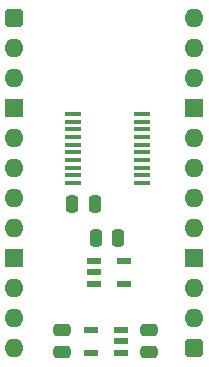
<source format=gts>
%TF.GenerationSoftware,KiCad,Pcbnew,9.0.7*%
%TF.CreationDate,2026-01-29T12:42:59+02:00*%
%TF.ProjectId,State Reader 8bit,53746174-6520-4526-9561-646572203862,V0*%
%TF.SameCoordinates,Original*%
%TF.FileFunction,Soldermask,Top*%
%TF.FilePolarity,Negative*%
%FSLAX46Y46*%
G04 Gerber Fmt 4.6, Leading zero omitted, Abs format (unit mm)*
G04 Created by KiCad (PCBNEW 9.0.7) date 2026-01-29 12:42:59*
%MOMM*%
%LPD*%
G01*
G04 APERTURE LIST*
G04 Aperture macros list*
%AMRoundRect*
0 Rectangle with rounded corners*
0 $1 Rounding radius*
0 $2 $3 $4 $5 $6 $7 $8 $9 X,Y pos of 4 corners*
0 Add a 4 corners polygon primitive as box body*
4,1,4,$2,$3,$4,$5,$6,$7,$8,$9,$2,$3,0*
0 Add four circle primitives for the rounded corners*
1,1,$1+$1,$2,$3*
1,1,$1+$1,$4,$5*
1,1,$1+$1,$6,$7*
1,1,$1+$1,$8,$9*
0 Add four rect primitives between the rounded corners*
20,1,$1+$1,$2,$3,$4,$5,0*
20,1,$1+$1,$4,$5,$6,$7,0*
20,1,$1+$1,$6,$7,$8,$9,0*
20,1,$1+$1,$8,$9,$2,$3,0*%
G04 Aperture macros list end*
%ADD10RoundRect,0.250000X-0.250000X-0.475000X0.250000X-0.475000X0.250000X0.475000X-0.250000X0.475000X0*%
%ADD11RoundRect,0.250000X0.250000X0.475000X-0.250000X0.475000X-0.250000X-0.475000X0.250000X-0.475000X0*%
%ADD12R,1.250000X0.600000*%
%ADD13RoundRect,0.400000X-0.400000X-0.400000X0.400000X-0.400000X0.400000X0.400000X-0.400000X0.400000X0*%
%ADD14O,1.600000X1.600000*%
%ADD15R,1.600000X1.600000*%
%ADD16RoundRect,0.250000X0.475000X-0.250000X0.475000X0.250000X-0.475000X0.250000X-0.475000X-0.250000X0*%
%ADD17R,1.475000X0.450000*%
%ADD18R,1.150000X0.600000*%
G04 APERTURE END LIST*
D10*
%TO.C,C9*%
X4891000Y-15769000D03*
X6791000Y-15769000D03*
%TD*%
D11*
%TO.C,C1*%
X8811000Y-18629000D03*
X6911000Y-18629000D03*
%TD*%
D12*
%TO.C,IC3*%
X6754000Y-20600000D03*
X6754000Y-21550000D03*
X6754000Y-22500000D03*
X9254000Y-22500000D03*
X9254000Y-20600000D03*
%TD*%
D13*
%TO.C,J1*%
X0Y0D03*
D14*
X0Y-2540000D03*
X0Y-5080000D03*
D15*
X0Y-7620000D03*
D14*
X0Y-10160000D03*
X0Y-12700000D03*
X0Y-15240000D03*
X0Y-17780000D03*
D15*
X0Y-20320000D03*
D14*
X0Y-22860000D03*
X0Y-25400000D03*
X0Y-27940000D03*
D13*
X15240000Y-27940000D03*
D14*
X15240000Y-25400000D03*
X15240000Y-22860000D03*
D15*
X15240000Y-20320000D03*
D14*
X15240000Y-17780000D03*
X15240000Y-15240000D03*
X15240000Y-12700000D03*
X15240000Y-10160000D03*
D15*
X15240000Y-7620000D03*
D14*
X15240000Y-5080000D03*
X15240000Y-2540000D03*
X15240000Y0D03*
%TD*%
D16*
%TO.C,C5*%
X4064000Y-26421000D03*
X4064000Y-28321000D03*
%TD*%
D17*
%TO.C,IC2*%
X4919000Y-13995000D03*
X4919000Y-13345000D03*
X4919000Y-12695000D03*
X4919000Y-12045000D03*
X4919000Y-11395000D03*
X4919000Y-10745000D03*
X4919000Y-10095000D03*
X4919000Y-9445000D03*
X4919000Y-8795000D03*
X4919000Y-8145000D03*
X10795000Y-8145000D03*
X10795000Y-8795000D03*
X10795000Y-9445000D03*
X10795000Y-10095000D03*
X10795000Y-10745000D03*
X10795000Y-11395000D03*
X10795000Y-12045000D03*
X10795000Y-12695000D03*
X10795000Y-13345000D03*
X10795000Y-13995000D03*
%TD*%
D16*
%TO.C,C4*%
X11430000Y-26421000D03*
X11430000Y-28321000D03*
%TD*%
D18*
%TO.C,IC5*%
X6447000Y-28337000D03*
X6447000Y-26437000D03*
X9047000Y-26437000D03*
X9047000Y-27387000D03*
X9047000Y-28337000D03*
%TD*%
M02*

</source>
